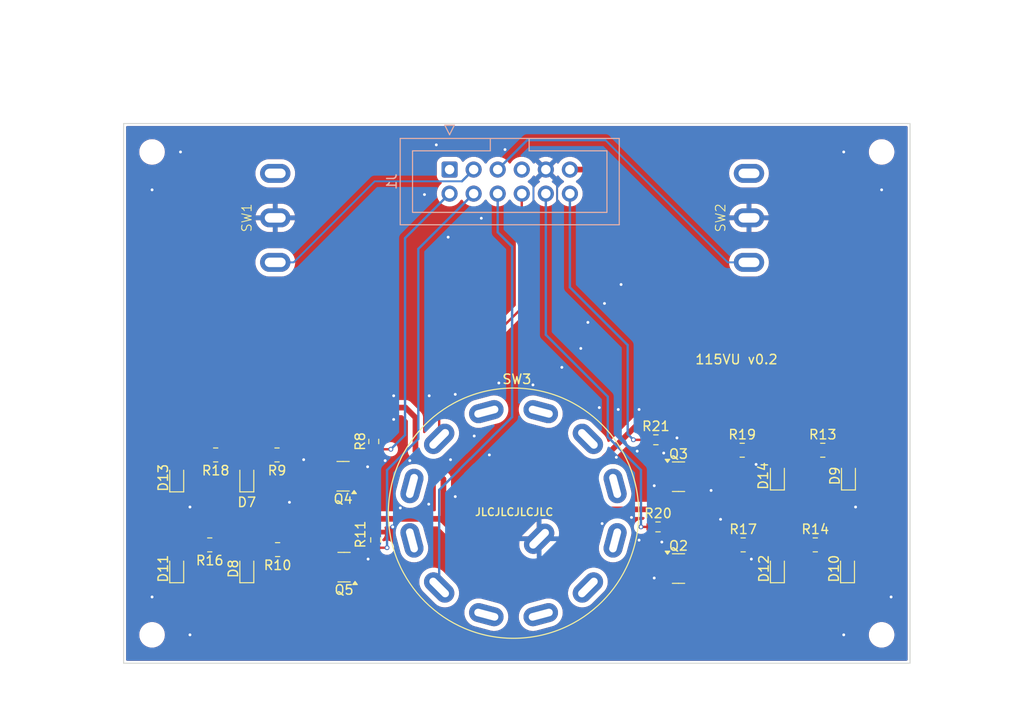
<source format=kicad_pcb>
(kicad_pcb
	(version 20240108)
	(generator "pcbnew")
	(generator_version "8.0")
	(general
		(thickness 1.6)
		(legacy_teardrops no)
	)
	(paper "A4")
	(layers
		(0 "F.Cu" signal)
		(31 "B.Cu" signal)
		(34 "B.Paste" user)
		(35 "F.Paste" user)
		(36 "B.SilkS" user "B.Silkscreen")
		(37 "F.SilkS" user "F.Silkscreen")
		(38 "B.Mask" user)
		(39 "F.Mask" user)
		(44 "Edge.Cuts" user)
		(45 "Margin" user)
		(46 "B.CrtYd" user "B.Courtyard")
		(47 "F.CrtYd" user "F.Courtyard")
		(48 "B.Fab" user)
		(49 "F.Fab" user)
	)
	(setup
		(stackup
			(layer "F.SilkS"
				(type "Top Silk Screen")
				(color "White")
			)
			(layer "F.Paste"
				(type "Top Solder Paste")
			)
			(layer "F.Mask"
				(type "Top Solder Mask")
				(color "Black")
				(thickness 0.01)
			)
			(layer "F.Cu"
				(type "copper")
				(thickness 0.035)
			)
			(layer "dielectric 1"
				(type "core")
				(thickness 1.51)
				(material "FR4")
				(epsilon_r 4.5)
				(loss_tangent 0.02)
			)
			(layer "B.Cu"
				(type "copper")
				(thickness 0.035)
			)
			(layer "B.Mask"
				(type "Bottom Solder Mask")
				(color "Black")
				(thickness 0.01)
			)
			(layer "B.Paste"
				(type "Bottom Solder Paste")
			)
			(layer "B.SilkS"
				(type "Bottom Silk Screen")
				(color "White")
			)
			(copper_finish "None")
			(dielectric_constraints yes)
		)
		(pad_to_mask_clearance 0)
		(allow_soldermask_bridges_in_footprints no)
		(aux_axis_origin 83.75 126.71)
		(grid_origin 83.75 126.71)
		(pcbplotparams
			(layerselection 0x00010fc_ffffffff)
			(plot_on_all_layers_selection 0x0000000_00000000)
			(disableapertmacros no)
			(usegerberextensions no)
			(usegerberattributes yes)
			(usegerberadvancedattributes yes)
			(creategerberjobfile yes)
			(dashed_line_dash_ratio 12.000000)
			(dashed_line_gap_ratio 3.000000)
			(svgprecision 4)
			(plotframeref no)
			(viasonmask no)
			(mode 1)
			(useauxorigin no)
			(hpglpennumber 1)
			(hpglpenspeed 20)
			(hpglpendiameter 15.000000)
			(pdf_front_fp_property_popups yes)
			(pdf_back_fp_property_popups yes)
			(dxfpolygonmode yes)
			(dxfimperialunits yes)
			(dxfusepcbnewfont yes)
			(psnegative no)
			(psa4output no)
			(plotreference yes)
			(plotvalue yes)
			(plotfptext yes)
			(plotinvisibletext no)
			(sketchpadsonfab no)
			(subtractmaskfromsilk no)
			(outputformat 1)
			(mirror no)
			(drillshape 0)
			(scaleselection 1)
			(outputdirectory "manufacturing/")
		)
	)
	(net 0 "")
	(net 1 "/ENG 1 Master")
	(net 2 "GND")
	(net 3 "/ENG 2 Master")
	(net 4 "Net-(D7-A)")
	(net 5 "Net-(D8-A)")
	(net 6 "Net-(D9-A)")
	(net 7 "Net-(D10-K)")
	(net 8 "unconnected-(J1-Pin_7-Pad7)")
	(net 9 "VBUS")
	(net 10 "/ENG 1 Fire")
	(net 11 "/ENG 1 Fault")
	(net 12 "/ENG 2 Fire")
	(net 13 "/ENG 2 Fault")
	(net 14 "+3V3")
	(net 15 "/MODE Start")
	(net 16 "Net-(D11-K)")
	(net 17 "Net-(D12-A)")
	(net 18 "Net-(D13-K)")
	(net 19 "Net-(D14-K)")
	(net 20 "Net-(D13-A)")
	(net 21 "Net-(D11-A)")
	(net 22 "Net-(D14-A)")
	(net 23 "Net-(D10-A)")
	(net 24 "/MODE Crank")
	(net 25 "unconnected-(SW3-Pad2)")
	(net 26 "unconnected-(SW3-Pad3)")
	(net 27 "unconnected-(SW3-Pad10)")
	(net 28 "unconnected-(SW3-Pad6)")
	(net 29 "unconnected-(SW3-Pad1)")
	(net 30 "unconnected-(SW3-Pad7)")
	(net 31 "unconnected-(SW3-Pad9)")
	(net 32 "unconnected-(SW3-Pad4)")
	(net 33 "unconnected-(SW3-Pad11)")
	(net 34 "unconnected-(SW3-Pad12)")
	(footprint "Resistor_SMD:R_0603_1608Metric" (layer "F.Cu") (at 153.15 107.31))
	(footprint "LED_SMD:LED_0603_1608Metric" (layer "F.Cu") (at 173.25 101.9225 90))
	(footprint "MountingHole:MountingHole_2.2mm_M2" (layer "F.Cu") (at 176.75 118.71))
	(footprint "Package_TO_SOT_SMD:SOT-23" (layer "F.Cu") (at 119.9125 101.96 180))
	(footprint "LED_SMD:LED_0603_1608Metric" (layer "F.Cu") (at 165.75 101.9225 90))
	(footprint "Resistor_SMD:R_0603_1608Metric" (layer "F.Cu") (at 152.925 98.11))
	(footprint "Resistor_SMD:R_0805_2012Metric" (layer "F.Cu") (at 113 109.71 180))
	(footprint "NiasStuff:C&K_Rotary_Switches" (layer "F.Cu") (at 137.901115 105.861115 -90))
	(footprint "LED_SMD:LED_0603_1608Metric" (layer "F.Cu") (at 102.35 102.1225 90))
	(footprint "Package_TO_SOT_SMD:SOT-23" (layer "F.Cu") (at 155.3125 102.01))
	(footprint "MountingHole:MountingHole_2.2mm_M2" (layer "F.Cu") (at 99.75 67.71))
	(footprint "Resistor_SMD:R_0603_1608Metric" (layer "F.Cu") (at 123.35 108.685 90))
	(footprint "Resistor_SMD:R_0805_2012Metric" (layer "F.Cu") (at 170.5375 99.21))
	(footprint "LED_SMD:LED_0603_1608Metric" (layer "F.Cu") (at 109.75 102.1225 90))
	(footprint "Package_TO_SOT_SMD:SOT-23" (layer "F.Cu") (at 155.3125 111.71))
	(footprint "MountingHole:MountingHole_2.2mm_M2" (layer "F.Cu") (at 99.75 118.71))
	(footprint "Resistor_SMD:R_0805_2012Metric" (layer "F.Cu") (at 106.4625 99.71 180))
	(footprint "LED_SMD:LED_0603_1608Metric" (layer "F.Cu") (at 109.75 111.7225 90))
	(footprint "NiasStuff:SW_SPDT_YUEN-FUNG_MT-0-102-A101-M200-RS" (layer "F.Cu") (at 112.75 74.67 90))
	(footprint "LED_SMD:LED_0603_1608Metric" (layer "F.Cu") (at 165.75 111.7225 90))
	(footprint "LED_SMD:LED_0603_1608Metric" (layer "F.Cu") (at 102.35 111.7225 90))
	(footprint "Resistor_SMD:R_0805_2012Metric" (layer "F.Cu") (at 105.8375 109.21 180))
	(footprint "Package_TO_SOT_SMD:SOT-23" (layer "F.Cu") (at 120.0125 111.56 180))
	(footprint "LED_SMD:LED_0603_1608Metric" (layer "F.Cu") (at 173.15 111.7225 90))
	(footprint "Resistor_SMD:R_0603_1608Metric" (layer "F.Cu") (at 123.15 98.285 90))
	(footprint "Resistor_SMD:R_0805_2012Metric" (layer "F.Cu") (at 162.0375 99.21))
	(footprint "MountingHole:MountingHole_2.2mm_M2" (layer "F.Cu") (at 176.75 67.71))
	(footprint "Resistor_SMD:R_0805_2012Metric" (layer "F.Cu") (at 112.9375 99.71 180))
	(footprint "Resistor_SMD:R_0805_2012Metric" (layer "F.Cu") (at 162.1375 109.21))
	(footprint "NiasStuff:SW_SPDT_YUEN-FUNG_MT-0-102-A101-M200-RS" (layer "F.Cu") (at 162.75 74.67 90))
	(footprint "Resistor_SMD:R_0805_2012Metric" (layer "F.Cu") (at 169.75 109.21))
	(footprint "Connector_IDC:IDC-Header_2x06_P2.54mm_Vertical" (layer "B.Cu") (at 131.15 69.57 -90))
	(gr_line
		(start 179.75 64.71)
		(end 96.75 64.71)
		(stroke
			(width 0.1)
			(type default)
		)
		(layer "Edge.Cuts")
		(uuid "4e4d6ce3-ba94-4b73-9b05-3a6bb8883741")
	)
	(gr_line
		(start 96.75 64.71)
		(end 96.75 121.71)
		(stroke
			(width 0.1)
			(type default)
		)
		(layer "Edge.Cuts")
		(uuid "97d15dc0-275c-4edc-beb3-f608bdc6c5ea")
	)
	(gr_line
		(start 96.75 121.71)
		(end 179.75 121.71)
		(stroke
			(width 0.1)
			(type default)
		)
		(layer "Edge.Cuts")
		(uuid "a95ad34a-788c-4d24-8666-89efeb3f952c")
	)
	(gr_line
		(start 179.75 121.71)
		(end 179.75 64.71)
		(stroke
			(width 0.1)
			(type default)
		)
		(layer "Edge.Cuts")
		(uuid "f0206762-0618-4121-8e43-d3aef1db6121")
	)
	(gr_line
		(start 83.75 126.71)
		(end 83.75 51.71)
		(stroke
			(width 0.1)
			(type default)
		)
		(layer "F.Fab")
		(uuid "108cb684-f34a-479f-8155-3aed51474477")
	)
	(gr_line
		(start 96.95 97.41)
		(end 96.95 106.61)
		(stroke
			(width 0.1)
			(type default)
		)
		(layer "F.Fab")
		(uuid "18057a33-979a-44d6-9359-2e7581023afe")
	)
	(gr_line
		(start 160.15 107.11)
		(end 160.15 116.31)
		(stroke
			(width 0.1)
			(type default)
		)
		(layer "F.Fab")
		(uuid "1897c2a0-908c-419b-acaa-c7b448b9cd69")
	)
	(gr_line
		(start 178.35 107.11)
		(end 160.15 107.11)
		(stroke
			(width 0.1)
			(type default)
		)
		(layer "F.Fab")
		(uuid "3096a870-8e43-4d61-bc6d-4ac7e8d511ca")
	)
	(gr_line
		(start 115.35 97.41)
		(end 96.95 97.41)
		(stroke
			(width 0.1)
			(type default)
		)
		(layer "F.Fab")
		(uuid "3f742acb-5651-4c3a-bb9b-20d389c72ae3")
	)
	(gr_line
		(start 160.15 97.41)
		(end 160.15 106.51)
		(stroke
			(width 0.1)
			(type default)
		)
		(layer "F.Fab")
		(uuid "645c49e8-6544-40ea-9bd0-e79106391969")
	)
	(gr_line
		(start 115.35 107.11)
		(end 96.95 107.11)
		(stroke
			(width 0.1)
			(type default)
		)
		(layer "F.Fab")
		(uuid "71053e64-0d90-4553-8c02-2267b6aa4cdd")
	)
	(gr_line
		(start 178.35 97.41)
		(end 160.15 97.41)
		(stroke
			(width 0.1)
			(type default)
		)
		(layer "F.Fab")
		(uuid "92dabbac-45a4-431e-8a99-91cdf74ac2db")
	)
	(gr_line
		(start 83.75 51.71)
		(end 191.75 51.71)
		(stroke
			(width 0.1)
			(type default)
		)
		(layer "F.Fab")
		(uuid "a19f73fc-ad4d-4851-9209-cc3d21f17acd")
	)
	(gr_line
		(start 191.75 51.71)
		(end 191.75 126.71)
		(stroke
			(width 0.1)
			(type default)
		)
		(layer "F.Fab")
		(uuid "a2f615f5-09b9-468b-8528-82d495747f14")
	)
	(gr_line
		(start 160.15 106.51)
		(end 178.35 106.51)
		(stroke
			(width 0.1)
			(type default)
		)
		(layer "F.Fab")
		(uuid "a5733efa-6686-47e2-92f7-7351e557bb9e")
	)
	(gr_line
		(start 115.35 116.31)
		(end 115.35 107.11)
		(stroke
			(width 0.1)
			(type default)
		)
		(layer "F.Fab")
		(uuid "ab0f6adf-0341-49d8-ae47-b6f6129a7cbd")
	)
	(gr_line
		(start 115.35 106.61)
		(end 115.35 97.41)
		(stroke
			(width 0.1)
			(type default)
		)
		(layer "F.Fab")
		(uuid "af119251-1f31-4a9b-a16b-8c939bea279b")
	)
	(gr_line
		(start 96.95 116.31)
		(end 115.35 116.31)
		(stroke
			(width 0.1)
			(type default)
		)
		(layer "F.Fab")
		(uuid "b1727707-7162-4174-84d1-60f21f088a99")
	)
	(gr_line
		(start 96.95 106.61)
		(end 115.35 106.61)
		(stroke
			(width 0.1)
			(type default)
		)
		(layer "F.Fab")
		(uuid "b8c80a8f-e63c-47bc-ba79-1f13daed3c5a")
	)
	(gr_line
		(start 96.95 107.11)
		(end 96.95 116.31)
		(stroke
			(width 0.1)
			(type default)
		)
		(layer "F.Fab")
		(uuid "c3fd797a-54ff-4def-9ac5-94d54db004ae")
	)
	(gr_line
		(start 178.35 116.31)
		(end 178.35 107.11)
		(stroke
			(width 0.1)
			(type default)
		)
		(layer "F.Fab")
		(uuid "c89d5c81-98f9-4af5-9082-3a55e6ceeaf1")
	)
	(gr_line
		(start 178.35 106.51)
		(end 178.35 97.41)
		(stroke
			(width 0.1)
			(type default)
		)
		(layer "F.Fab")
		(uuid "dc21734a-4dbe-45ec-8d30-2dac68a398da")
	)
	(gr_line
		(start 160.15 116.31)
		(end 178.35 116.31)
		(stroke
			(width 0.1)
			(type default)
		)
		(layer "F.Fab")
		(uuid "eb57a005-4e07-4e03-9bb5-b9a58280301e")
	)
	(gr_line
		(start 191.75 126.71)
		(end 83.75 126.71)
		(stroke
			(width 0.1)
			(type default)
		)
		(layer "F.Fab")
		(uuid "fe09fa13-680c-4fdb-8b01-7481d652832b")
	)
	(gr_text "JLCJLCJLCJLC"
		(at 133.75 106.21 0)
		(layer "F.SilkS")
		(uuid "a89b9092-fcf2-44f9-b294-597e26dec054")
		(effects
			(font
				(size 0.8 0.8)
				(thickness 0.15)
			)
			(justify left bottom)
		)
	)
	(gr_text "115VU v0.2"
		(at 157 90.21 0)
		(layer "F.SilkS")
		(uuid "e9cc36d7-33fb-4e16-99bf-753a9b5fd5cc")
		(effects
			(font
				(size 1 1)
				(thickness 0.15)
			)
			(justify left bottom)
		)
	)
	(segment
		(start 123.25 70.81)
		(end 132.45 70.81)
		(width 0.2)
		(layer "B.Cu")
		(net 1)
		(uuid "1cdb0473-4bf9-4ec0-85b3-558dbfcd0ec2")
	)
	(segment
		(start 114.69 79.37)
		(end 123.25 70.81)
		(width 0.2)
		(layer "B.Cu")
		(net 1)
		(uuid "81d02250-33e3-433c-9121-2524325d19d2")
	)
	(segment
		(start 132.45 70.81)
		(end 133.69 69.57)
		(width 0.25)
		(layer "B.Cu")
		(net 1)
		(uuid "84456dc0-1103-406a-9ccf-2b1f09901e66")
	)
	(segment
		(start 112.75 79.37)
		(end 114.69 79.37)
		(width 0.2)
		(layer "B.Cu")
		(net 1)
		(uuid "c481dd41-29ee-408c-a153-a861bb271703")
	)
	(segment
		(start 141.31 69.57)
		(end 140 70.88)
		(width 0.2)
		(layer "F.Cu")
		(net 2)
		(uuid "261eb9c7-78c7-436d-8f3b-5e8098ecc089")
	)
	(segment
		(start 140 70.88)
		(end 140 73.21)
		(width 0.2)
		(layer "F.Cu")
		(net 2)
		(uuid "cca4a934-e360-4e17-ace8-1122ceb01fc4")
	)
	(segment
		(start 142.5 70.76)
		(end 142.5 73.21)
		(width 0.2)
		(layer "F.Cu")
		(net 2)
		(uuid "da3d765a-64a2-410b-b3cf-7c78d8688966")
	)
	(segment
		(start 141.31 69.57)
		(end 142.5 70.76)
		(width 0.2)
		(layer "F.Cu")
		(net 2)
		(uuid "ea000082-0650-4c5e-9caf-49ed598b3b74")
	)
	(via
		(at 122.5 100.96)
		(size 0.5)
		(drill 0.3)
		(layers "F.Cu" "B.Cu")
		(free yes)
		(net 2)
		(uuid "0bb94801-e682-4454-a691-c40fe487301d")
	)
	(via
		(at 174 105.21)
		(size 0.5)
		(drill 0.3)
		(layers "F.Cu" "B.Cu")
		(free yes)
		(net 2)
		(uuid "0dc18dde-e5dc-4ab1-bbc7-49da101bf122")
	)
	(via
		(at 129 93.46)
		(size 0.5)
		(drill 0.3)
		(layers "F.Cu" "B.Cu")
		(free yes)
		(net 2)
		(uuid "0fc9d904-5305-4da6-a365-fd0d9a014039")
	)
	(via
		(at 134.5 74.71)
		(size 0.5)
		(drill 0.3)
		(layers "F.Cu" "B.Cu")
		(free yes)
		(net 2)
		(uuid "1c7a3b34-e5a5-4306-8e1a-0533c5044a3c")
	)
	(via
		(at 172.75 118.71)
		(size 0.5)
		(drill 0.3)
		(layers "F.Cu" "B.Cu")
		(free yes)
		(net 2)
		(uuid "1ccd3fe6-9f6f-4903-ae54-00de87f6a968")
	)
	(via
		(at 158.75 103.46)
		(size 0.5)
		(drill 0.3)
		(layers "F.Cu" "B.Cu")
		(free yes)
		(net 2)
		(uuid "25acb381-c645-40ec-bbf5-9fe37db9d82e")
	)
	(via
		(at 151.15 94.91)
		(size 0.5)
		(drill 0.3)
		(layers "F.Cu" "B.Cu")
		(free yes)
		(net 2)
		(uuid "2aeab4d6-4d3e-4ed3-83b4-f3818f0e204c")
	)
	(via
		(at 153.55 108.91)
		(size 0.5)
		(drill 0.3)
		(layers "F.Cu" "B.Cu")
		(free yes)
		(net 2)
		(uuid "2dd57eea-56a6-4e3c-86ab-9e3e8dae228b")
	)
	(via
		(at 146.95 94.71)
		(size 0.5)
		(drill 0.3)
		(layers "F.Cu" "B.Cu")
		(free yes)
		(net 2)
		(uuid "2ead6dfc-14c0-4ee2-afe1-394b6a6f4e84")
	)
	(via
		(at 131 76.71)
		(size 0.5)
		(drill 0.3)
		(layers "F.Cu" "B.Cu")
		(free yes)
		(net 2)
		(uuid "38cbfda1-c1df-4f7c-9ad7-ae462508aadd")
	)
	(via
		(at 153.75 99.51)
		(size 0.5)
		(drill 0.3)
		(layers "F.Cu" "B.Cu")
		(free yes)
		(net 2)
		(uuid "3d96f4af-bd62-41ce-a139-80750247bad5")
	)
	(via
		(at 131.75 93.31)
		(size 0.5)
		(drill 0.3)
		(layers "F.Cu" "B.Cu")
		(free yes)
		(net 2)
		(uuid "4474cbae-7013-4122-985f-2716dc947a78")
	)
	(via
		(at 148.95 94.91)
		(size 0.5)
		(drill 0.3)
		(layers "F.Cu" "B.Cu")
		(free yes)
		(net 2)
		(uuid "46a74b59-82ce-438b-8dc1-becc002a7a65")
	)
	(via
		(at 137 67.46)
		(size 0.5)
		(drill 0.3)
		(layers "F.Cu" "B.Cu")
		(free yes)
		(net 2)
		(uuid "4a4887f4-5167-42d7-a98d-a32033de4b58")
	)
	(via
		(at 99.75 114.71)
		(size 0.5)
		(drill 0.3)
		(layers "F.Cu" "B.Cu")
		(free yes)
		(net 2)
		(uuid "52609cc0-1034-4413-a0d4-2db5e05ad6dc")
	)
	(via
		(at 147.25 106.96)
		(size 0.5)
		(drill 0.3)
		(layers "F.Cu" "B.Cu")
		(free yes)
		(net 2)
		(uuid "5d77b636-11a8-4bee-ad91-611d3459bbed")
	)
	(via
		(at 172.75 67.71)
		(size 0.5)
		(drill 0.3)
		(layers "F.Cu" "B.Cu")
		(free yes)
		(net 2)
		(uuid "604ceb49-f522-46d2-abcc-578af8c9face")
	)
	(via
		(at 102.75 67.71)
		(size 0.5)
		(drill 0.3)
		(layers "F.Cu" "B.Cu")
		(free yes)
		(net 2)
		(uuid "616ded35-1bf7-46c6-920c-9416f03f2530")
	)
	(via
		(at 136.35 92.11)
		(size 0.5)
		(drill 0.3)
		(layers "F.Cu" "B.Cu")
		(free yes)
		(net 2)
		(uuid "62b1e763-cb23-4b89-b8d7-6237ecf5eba8")
	)
	(via
		(at 163 110.71)
		(size 0.5)
		(drill 0.3)
		(layers "F.Cu" "B.Cu")
		(free yes)
		(net 2)
		(uuid "651183bc-1f40-4d33-97e4-2bf49a4658bd")
	)
	(via
		(at 147.5 83.71)
		(size 0.5)
		(drill 0.3)
		(layers "F.Cu" "B.Cu")
		(free yes)
		(net 2)
		(uuid "656eabc5-d79b-4e2d-b996-4cb7f89e7406")
	)
	(via
		(at 125.25 95.96)
		(size 0.5)
		(drill 0.3)
		(layers "F.Cu" "B.Cu")
		(free yes)
		(net 2)
		(uuid "680a642f-1731-4ccc-a08f-d5e8099580b9")
	)
	(via
		(at 125.95 105.31)
		(size 0.5)
		(drill 0.3)
		(layers "F.Cu" "B.Cu")
		(free yes)
		(net 2)
		(uuid "69de4c98-06a5-43f1-b5da-f63676098104")
	)
	(via
		(at 150.95 99.31)
		(size 0.5)
		(drill 0.3)
		(layers "F.Cu" "B.Cu")
		(free yes)
		(net 2)
		(uuid "6c2cf340-b60d-4fd8-8d47-23cd2eae9e6e")
	)
	(via
		(at 124.35 100.31)
		(size 0.5)
		(drill 0.3)
		(layers "F.Cu" "B.Cu")
		(free yes)
		(net 2)
		(uuid "6cd6b136-36b4-4291-82e1-5ffda830ad85")
	)
	(via
		(at 148.75 99.96)
		(size 0.5)
		(drill 0.3)
		(layers "F.Cu" "B.Cu")
		(free yes)
		(net 2)
		(uuid "72717810-2903-4641-bafc-23cac67c1005")
	)
	(via
		(at 129.75 66.96)
		(size 0.5)
		(drill 0.3)
		(layers "F.Cu" "B.Cu")
		(free yes)
		(net 2)
		(uuid "7289ed32-a576-4516-908f-4524c746db73")
	)
	(via
		(at 152.75 102.96)
		(size 0.5)
		(drill 0.3)
		(layers "F.Cu" "B.Cu")
		(free yes)
		(net 2)
		(uuid "72bc1961-f7bc-4f1b-927d-0bd14d3aaa64")
	)
	(via
		(at 176.75 71.71)
		(size 0.5)
		(drill 0.3)
		(layers "F.Cu" "B.Cu")
		(free yes)
		(net 2)
		(uuid "72eb6c1b-bd7c-47d2-8f04-e30d1f91824f")
	)
	(via
		(at 114.25 104.71)
		(size 0.5)
		(drill 0.3)
		(layers "F.Cu" "B.Cu")
		(free yes)
		(net 2)
		(uuid "79d7fde3-efbd-44fc-acb9-025a4681843b")
	)
	(via
		(at 128.5 72.21)
		(size 0.5)
		(drill 0.3)
		(layers "F.Cu" "B.Cu")
		(free yes)
		(net 2)
		(uuid "8022f195-23aa-4c72-86fb-2770cff73d32")
	)
	(via
		(at 125.15 107.31)
		(size 0.5)
		(drill 0.3)
		(layers "F.Cu" "B.Cu")
		(free yes)
		(net 2)
		(uuid "84607c34-cde5-4e63-bcd5-f0990dd4edad")
	)
	(via
		(at 131.25 100.21)
		(size 0.5)
		(drill 0.3)
		(layers "F.Cu" "B.Cu")
		(free yes)
		(net 2)
		(uuid "8a431f93-0da0-4305-bf16-451676eb7a31")
	)
	(via
		(at 103.75 105.21)
		(size 0.5)
		(drill 0.3)
		(layers "F.Cu" "B.Cu")
		(free yes)
		(net 2)
		(uuid "98cf8c2f-c8af-4416-b0eb-93c65097a552")
	)
	(via
		(at 103.75 118.71)
		(size 0.5)
		(drill 0.3)
		(layers "F.Cu" "B.Cu")
		(free yes)
		(net 2)
		(uuid "9ae06279-6556-432e-9184-e60df16f9728")
	)
	(via
		(at 131.75 104.11)
		(size 0.5)
		(drill 0.3)
		(layers "F.Cu" "B.Cu")
		(free yes)
		(net 2)
		(uuid "9f909077-a02d-4d56-8639-00125784627a")
	)
	(via
		(at 152.75 112.71)
		(size 0.5)
		(drill 0.3)
		(layers "F.Cu" "B.Cu")
		(free yes)
		(net 2)
		(uuid "9f9c140f-d3b0-48c5-8784-7dc69d36db9a")
	)
	(via
		(at 155.15 97.91)
		(size 0.5)
		(drill 0.3)
		(layers "F.Cu" "B.Cu")
		(free yes)
		(net 2)
		(uuid "a266d1ce-a537-4c7b-a83e-e89ace44dad7")
	)
	(via
		(at 177.75 114.71)
		(size 0.5)
		(drill 0.3)
		(layers "F.Cu" "B.Cu")
		(free yes)
		(net 2)
		(uuid "a45c116d-5b0a-4671-9d8b-f7d3a6e960ec")
	)
	(via
		(at 143 90.46)
		(size 0.5)
		(drill 0.3)
		(layers "F.Cu" "B.Cu")
		(free yes)
		(net 2)
		(uuid "a698ec3b-d614-46d2-a45e-5a9b0ae1849f")
	)
	(via
		(at 125.25 93.46)
		(size 0.5)
		(drill 0.3)
		(layers "F.Cu" "B.Cu")
		(free yes)
		(net 2)
		(uuid "b6fa2311-19cd-4dd0-b7e6-d86b9f163a26")
	)
	(via
		(at 135.35 99.71)
		(size 0.5)
		(drill 0.3)
		(layers "F.Cu" "B.Cu")
		(free yes)
		(net 2)
		(uuid "b7b35a62-6ec5-49f6-89e9-9adbfc8ddc4e")
	)
	(via
		(at 122.55 110.71)
		(size 0.5)
		(drill 0.3)
		(layers "F.Cu" "B.Cu")
		(free yes)
		(net 2)
		(uuid "bceec1fe-6b83-4477-aaea-961bd78471ea")
	)
	(via
		(at 133.75 97.71)
		(size 0.5)
		(drill 0.3)
		(layers "F.Cu" "B.Cu")
		(free yes)
		(net 2)
		(uuid "c458891f-6653-4e34-8426-8a45dcbebeeb")
	)
	(via
		(at 145 88.46)
		(size 0.5)
		(drill 0.3)
		(layers "F.Cu" "B.Cu")
		(free yes)
		(net 2)
		(uuid "ca827315-0921-4097-9514-f36ce748201b")
	)
	(via
		(at 149.25 81.71)
		(size 0.5)
		(drill 0.3)
		(layers "F.Cu" "B.Cu")
		(free yes)
		(net 2)
		(uuid "d53b6169-d71c-47e3-b578-eea4a9cc29fa")
	)
	(via
		(at 150.35 106.31)
		(size 0.5)
		(drill 0.3)
		(layers "F.Cu" "B.Cu")
		(free yes)
		(net 2)
		(uuid "df74a162-414d-4ce9-9d26-45ad63ea7824")
	)
	(via
		(at 163.5 100.71)
		(size 0.5)
		(drill 0.3)
		(layers "F.Cu" "B.Cu")
		(free yes)
		(net 2)
		(uuid "e3da9160-4939-4a6f-bdf0-0fccede31759")
	)
	(via
		(at 128.95 104.91)
		(size 0.5)
		(drill 0.3)
		(layers "F.Cu" "B.Cu")
		(free yes)
		(net 2)
		(uuid "e7aca361-0050-4617-98d5-3ab0744417d6")
	)
	(via
		(at 139.95 92.31)
		(size 0.5)
		(drill 0.3)
		(layers "F.Cu" "B.Cu")
		(free yes)
		(net 2)
		(uuid "e7c29355-0ad1-4956-9e43-de48d9a71e8d")
	)
	(via
		(at 151.15 108.71)
		(size 0.5)
		(drill 0.3)
		(layers "F.Cu" "B.Cu")
		(free yes)
		(net 2)
		(uuid "e8b94f7e-3a17-4c62-8ba2-d2a1099609dd")
	)
	(via
		(at 99.75 71.71)
		(size 0.5)
		(drill 0.3)
		(layers "F.Cu" "B.Cu")
		(free yes)
		(net 2)
		(uuid "f2ce8403-8d06-47a1-9dc2-4b75686e9a4f")
	)
	(via
		(at 145.75 85.71)
		(size 0.5)
		(drill 0.3)
		(layers "F.Cu" "B.Cu")
		(free yes)
		(net 2)
		(uuid "f30b9c0c-2d81-45b6-8bbd-fa73f4036536")
	)
	(via
		(at 126.95 100.31)
		(size 0.5)
		(drill 0.3)
		(layers "F.Cu" "B.Cu")
		(free yes)
		(net 2)
		(uuid "f9fd2723-7105-4966-bb33-e00a0f34b7d6")
	)
	(via
		(at 115.75 100.21)
		(size 0.5)
		(drill 0.3)
		(layers "F.Cu" "B.Cu")
		(free yes)
		(net 2)
		(uuid "fb58716b-2d16-4c2d-9ce9-5d412a81e15e")
	)
	(via
		(at 159.75 106.51)
		(size 0.5)
		(drill 0.3)
		(layers "F.Cu" "B.Cu")
		(free yes)
		(net 2)
		(uuid "fed93766-e501-4d4e-a972-01a5e17b4734")
	)
	(segment
		(start 141.31 69.57)
		(end 142.5 70.76)
		(width 0.2)
		(layer "B.Cu")
		(net 2)
		(uuid "28fa1f39-93e5-4145-9c3a-0d36c6285831")
	)
	(segment
		(start 141.31 69.57)
		(end 140 70.88)
		(width 0.2)
		(layer "B.Cu")
		(net 2)
		(uuid "35bde318-fa53-4450-9481-0b795ca697f4")
	)
	(segment
		(start 142.5 70.76)
		(end 142.5 73.21)
		(width 0.2)
		(layer "B.Cu")
		(net 2)
		(uuid "daaa566f-900b-453b-a75c-0a1e8784c8b7")
	)
	(segment
		(start 140 70.88)
		(end 140 73.21)
		(width 0.2)
		(layer "B.Cu")
		(net 2)
		(uuid "e0482e19-e053-4d60-8414-ac3fe9cf8ed4")
	)
	(segment
		(start 160.51 79.37)
		(end 147.6 66.46)
		(width 0.2)
		(layer "B.Cu")
		(net 3)
		(uuid "3e4e8b9f-ea1e-4547-96ca-6a390c3525bd")
	)
	(segment
		(start 147.6 66.46)
		(end 139.34 66.46)
		(width 0.25)
		(layer "B.Cu")
		(net 3)
		(uuid "49be56ce-54f8-4533-9e51-4aed815e104c")
	)
	(segment
		(start 162.75 79.37)
		(end 160.51 79.37)
		(width 0.2)
		(layer "B.Cu")
		(net 3)
		(uuid "5874738a-de7b-4e48-be1b-2d410ddaf41b")
	)
	(segment
		(start 139.34 66.46)
		(end 136.23 69.57)
		(width 0.25)
		(layer "B.Cu")
		(net 3)
		(uuid "590da722-7b08-49e4-8bc3-7b9dcbd4894d")
	)
	(segment
		(start 110.25 99.71)
		(end 109.75 100.21)
		(width 0.6)
		(layer "F.Cu")
		(net 4)
		(uuid "05714313-6d05-4ec1-8350-b87c4c5fded2")
	)
	(segment
		(start 109.75 100.21)
		(end 109.75 101.335)
		(width 0.6)
		(layer "F.Cu")
		(net 4)
		(uuid "6b571bdf-553e-4e44-957e-e606474d9b63")
	)
	(segment
		(start 112.025 99.71)
		(end 110.25 99.71)
		(width 0.6)
		(layer "F.Cu")
		(net 4)
		(uuid "761946e0-029d-4cec-a219-02490945f66b")
	)
	(segment
		(start 112.0875 109.71)
		(end 109.75 109.71)
		(width 0.6)
		(layer "F.Cu")
		(net 5)
		(uuid "2d8bb6c9-aa80-4a35-b1df-245a51c4a86e")
	)
	(segment
		(start 109.75 109.71)
		(end 109.75 110.935)
		(width 0.6)
		(layer "F.Cu")
		(net 5)
		(uuid "386f778f-8526-42ff-ad12-06ce3039acb0")
	)
	(segment
		(start 172.75 99.21)
		(end 171.45 99.21)
		(width 0.6)
		(layer "F.Cu")
		(net 6)
		(uuid "16a0fdd8-96d2-4341-8275-ddea2e9b42e8")
	)
	(segment
		(start 173.25 99.71)
		(end 172.75 99.21)
		(width 0.6)
		(layer "F.Cu")
		(net 6)
		(uuid "5cfeafea-efd4-49c9-bef3-e7288abb3345")
	)
	(segment
		(start 173.25 101.135)
		(end 173.25 99.71)
		(width 0.6)
		(layer "F.Cu")
		(net 6)
		(uuid "c818eb74-9eac-444c-b0dc-80a56d49b83b")
	)
	(segment
		(start 165.75 112.51)
		(end 161.65 112.51)
		(width 0.6)
		(layer "F.Cu")
		(net 7)
		(uuid "33b89a04-01f6-4bd0-ada7-d72e8edaebf5")
	)
	(segment
		(start 161.65 112.51)
		(end 160.85 111.71)
		(width 0.6)
		(layer "F.Cu")
		(net 7)
		(uuid "5941415d-91b1-458f-b4ee-bf24e8a23c38")
	)
	(segment
		(start 173.15 112.51)
		(end 165.75 112.51)
		(width 0.6)
		(layer "F.Cu")
		(net 7)
		(uuid "672f3024-c655-44a4-ae97-62c73ac0d1e9")
	)
	(segment
		(start 160.85 111.71)
		(end 156.45 111.71)
		(width 0.6)
		(layer "F.Cu")
		(net 7)
		(uuid "973ed621-3f48-4230-ae08-878d4a0b98c3")
	)
	(segment
		(start 126.50046 94.71)
		(end 113.75 94.71)
		(width 0.6)
		(layer "F.Cu")
		(net 9)
		(uuid "0d92b89a-17c6-465d-8602-b96f4300f493")
	)
	(segment
		(start 113.9125 109.71)
		(end 113.9125 106.5475)
		(width 0.6)
		(layer "F.Cu")
		(net 9)
		(uuid "13494447-2f90-4ea6-ad96-9ed7ad1200fe")
	)
	(segment
		(start 108 106.46)
		(end 106.75 107.71)
		(width 0.6)
		(layer "F.Cu")
		(net 9)
		(uuid "1381a261-7373-4a38-a5aa-af53462e2f56")
	)
	(segment
		(start 151.25 96.21)
		(end 152.75 96.21)
		(width 0.6)
		(layer "F.Cu")
		(net 9)
		(uuid "15950113-9335-4fb6-aede-06fc7c1d7039")
	)
	(segment
		(start 146.5 70.46)
		(end 146.5 81.21)
		(width 0.6)
		(layer "F.Cu")
		(net 9)
		(uuid "23935884-e08c-429f-84dc-aafb232edf55")
	)
	(segment
		(start 152.75 96.21)
		(end 161.25 96.21)
		(width 0.6)
		(layer "F.Cu")
		(net 9)
		(uuid "2621c247-b3aa-4d70-abc9-dabbfb2d3bcd")
	)
	(segment
		(start 130.5 106.46)
		(end 130.5 102.26)
		(width 0.6)
		(layer "F.Cu")
		(net 9)
		(uuid "26400340-8ddc-47d7-9524-cb05323e8bbf")
	)
	(segment
		(start 169.625 97.085)
		(end 168.75 96.21)
		(width 0.6)
		(layer "F.Cu")
		(net 9)
		(uuid "27092315-932b-4df0-8bce-e9b43c1c01a0")
	)
	(segment
		(start 113.9125 106.5475)
		(end 114 106.46)
		(width 0.6)
		(layer "F.Cu")
		(net 9)
		(uuid "2b693399-0cc3-4a13-99f9-0b8f607004e1")
	)
	(segment
		(start 130.25 106.46)
		(end 130.5 106.46)
		(width 0.6)
		(layer "F.Cu")
		(net 9)
		(uuid "315c344e-1f6e-4fc3-8dd4-88fdd60751ff")
	)
	(segment
		(start 113.85 99.71)
		(end 113.85 94.81)
		(width 0.6)
		(layer "F.Cu")
		(net 9)
		(uuid "3a17df63-4cd1-4ea7-979f-dd8b287995c2")
	)
	(segment
		(start 161.25 96.21)
		(end 168.75 96.21)
		(width 0.6)
		(layer "F.Cu")
		(net 9)
		(uuid "46a459ce-0316-431c-8b4a-7ba153dc08ea")
	)
	(segment
		(start 114 106.46)
		(end 130.25 106.46)
		(width 0.6)
		(layer "F.Cu")
		(net 9)
		(uuid "6280a0e7-f96c-4ca8-8385-80b6b7a2589a")
	)
	(segment
		(start 161.125 96.335)
		(end 161.25 96.21)
		(width 0.6)
		(layer "F.Cu")
		(net 9)
		(uuid "665389e9-f17a-442d-8f9b-e543bb3714d0")
	)
	(segment
		(start 127.55 99.31)
		(end 127.55 95.75954)
		(width 0.6)
		(layer "F.Cu")
		(net 9)
		(uuid "6739c450-b0e3-4ce5-b8e9-10d4b115227e")
	)
	(segment
		(start 160.75 105.46)
		(end 147.3 105.46)
		(width 0.6)
		(layer "F.Cu")
		(net 9)
		(uuid "6a8154df-909f-4e32-8a36-1684349cb607")
	)
	(segment
		(start 130.25 106.46)
		(end 135.25 111.46)
		(width 0.6)
		(layer "F.Cu")
		(net 9)
		(uuid "6db8e4cd-bab3-47cb-a8c3-da7528a2820d")
	)
	(segment
		(start 168.8375 109.21)
		(end 168.8375 106.0475)
		(width 0.6)
		(layer "F.Cu")
		(net 9)
		(uuid "6ebebeee-2d7b-475c-9ba6-aacf1e1d1fe2")
	)
	(segment
		(start 113.75 94.71)
		(end 108.75 94.71)
		(width 0.6)
		(layer "F.Cu")
		(net 9)
		(uuid "6f376355-598a-4ce0-a699-43072bca4bab")
	)
	(segment
		(start 140.75 111.46)
		(end 146.9 105.31)
		(width 0.6)
		(layer "F.Cu")
		(net 9)
		(uuid "71f887eb-0282-4255-be71-b4dc0a64a8ad")
	)
	(segment
		(start 146.5 81.21)
		(end 152.75 87.46)
		(width 0.6)
		(layer "F.Cu")
		(net 9)
		(uuid "7229375f-4618-4572-95f5-09cdab4b65d0")
	)
	(segment
		(start 161.225 109.21)
		(end 161.225 105.485)
		(width 0.6)
		(layer "F.Cu")
		(net 9)
		(uuid "72f061d1-ed42-4fa7-a4b6-164c1ea89d2b")
	)
	(segment
		(start 108.75 94.71)
		(end 107.375 96.085)
		(width 0.6)
		(layer "F.Cu")
		(net 9)
		(uuid "7fc91436-9e63-4bf8-8007-5a0b05522391")
	)
	(segment
		(start 130.5 102.26)
		(end 127.55 99.31)
		(width 0.6)
		(layer "F.Cu")
		(net 9)
		(uuid "848e788b-4971-4c28-b56c-ea424a59a592")
	)
	(segment
		(start 145.95 101.51)
		(end 151.25 96.21)
		(width 0.6)
		(layer "F.Cu")
		(net 9)
		(uuid "8752e2a1-1ad8-4fa1-925f-e92450c7cf5c")
	)
	(segment
		(start 169.625 99.21)
		(end 169.625 97.085)
		(width 0.6)
		(layer "F.Cu")
		(net 9)
		(uuid "8964e849-8494-4897-879a-e2da8a276b81")
	)
	(segment
		(start 145.95 103.21)
		(end 145.95 101.51)
		(width 0.6)
		(layer "F.Cu")
		(net 9)
		(uuid "8a1b2003-6085-481c-89ae-a03b1c3965f1")
	)
	(segment
		(start 145.95 104.11)
		(end 145.95 103.21)
		(width 0.6)
		(layer "F.Cu")
		(net 9)
		(uuid "8cb46fbd-0019-4193-8ba0-354e8d7d8171")
	)
	(segment
		(start 147.3 105.46)
		(end 145.95 104.11)
		(width 0.6)
		(layer "F.Cu")
		(net 9)
		(uuid "943a565d-3d76-4480-a60c-831944cf90b4")
	)
	(segment
		(start 147.15 105.31)
		(end 145.95 104.11)
		(width 0.6)
		(layer "F.Cu")
		(net 9)
		(uuid "97b6384e-5bc2-4779-9dc1-12e2e1e2c3bc")
	)
	(segment
		(start 143.85 69.57)
		(end 145.61 69.57)
		(width 0.6)
		(layer "F.Cu")
		(net 9)
		(uuid "9a4dcf00-8903-48ae-9199-b6e43e39dda7")
	)
	(segment
		(start 161.225 105.485)
		(end 161.25 105.46)
		(width 0.6)
		(layer "F.Cu")
		(net 9)
		(uuid "9a8573aa-ce4e-49f1-b11b-07fbb4ab6108")
	)
	(segment
		(start 161.125 99.21)
		(end 161.125 96.335)
		(width 0.6)
		(layer "F.Cu")
		(net 9)
		(uuid "9fcd23ca-6b6f-4cfe-b542-a907f96d0c79")
	)
	(segment
		(start 127.55 95.75954)
		(end 126.50046 94.71)
		(width 0.6)
		(layer "F.Cu")
		(net 9)
		(uuid "a0faef38-704e-4301-b69b-dc905d4be9bb")
	)
	(segment
		(start 114 106.46)
		(end 108 106.46)
		(width 0.6)
		(layer "F.Cu")
		(net 9)
		(uuid "a2d2a2f8-698b-475d-aa1a-2d4cb294b86a")
	)
	(segment
		(start 145.61 69.57)
		(end 146.5 70.46)
		(width 0.6)
		(layer "F.Cu")
		(net 9)
		(uuid "a4209910-c458-4cd6-a328-8ab288069ac0")
	)
	(segment
		(start 161.25 105.46)
		(end 168.25 105.46)
		(width 0.6)
		(layer "F.Cu")
		(net 9)
		(uuid "abfe5425-8a84-45d5-b0e8-37e7dc5474c0")
	)
	(segment
		(start 106.75 107.71)
		(end 106.75 109.21)
		(width 0.6)
		(layer "F.Cu")
		(net 9)
		(uuid "c4b57570-f9df-435e-a785-e66bea36a6aa")
	)
	(segment
		(start 135.25 111.46)
		(end 140.75 111.46)
		(width 0.6)
		(layer "F.Cu")
		(net 9)
		(uuid "c9b99791-e757-405e-94f9-877f3655cefe")
	)
	(segment
		(start 152.75 87.46)
		(end 152.75 96.21)
		(width 0.6)
		(layer "F.Cu")
		(net 9)
		(uuid "da509742-0392-40d5-9ca5-f95c8b1ba0d9")
	)
	(segment
		(start 168.8375 106.0475)
		(end 168.25 105.46)
		(width 0.6)
		(layer "F.Cu")
		(net 9)
		(uuid "db4d0436-fc5e-44f7-9036-05bde8836b5a")
	)
	(segment
		(start 113.85 94.81)
		(end 113.75 94.71)
		(width 0.6)
		(layer "F.Cu")
		(net 9)
		(uuid "e3e1da86-063a-4212-8193-b770bb4acc32")
	)
	(segment
		(start 146.9 105.31)
		(end 147.15 105.31)
		(width 0.6)
		(layer "F.Cu")
		(net 9)
		(uuid "f1befb13-119b-4df7-bb10-f4edc0ba2331")
	)
	(segment
		(start 107.375 96.085)
		(end 107.375 99.71)
		(width 0.6)
		(layer "F.Cu")
		(net 9)
		(uuid "f5dcddce-fab3-47bd-8ebd-4212fc23db71")
	)
	(segment
		(start 160.75 105.46)
		(end 161.25 105.46)
		(width 0.6)
		(layer "F.Cu")
		(net 9)
		(uuid "ff6378be-1ea9-4876-bcc6-f46ced535ae0")
	)
	(segment
		(start 124.95 99.11)
		(end 123.15 99.11)
		(width 0.25)
		(layer "F.Cu")
		(net 10)
		(uuid "53684815-c402-409e-928b-5966ab6fb156")
	)
	(segment
		(start 122.35 102.91)
		(end 121.05 102.91)
		(width 0.25)
		(layer "F.Cu")
		(net 10)
		(uuid "8d6e4313-f37f-40e7-b3fc-bfed50f21933")
	)
	(segment
		(start 123.15 99.11)
		(end 123.15 102.11)
		(width 0.25)
		(layer "F.Cu")
		(net 10)
		(uuid "98127ca4-9a29-4cf5-a57c-0afbeee6bb30")
	)
	(segment
		(start 123.15 102.11)
		(end 122.35 102.91)
		(width 0.25)
		(layer "F.Cu")
		(net 10)
		(uuid "e6585ae1-ecb4-4275-b195-7b74af906ac1")
	)
	(via
		(at 124.95 99.11)
		(size 0.5)
		(drill 0.3)
		(layers "F.Cu" "B.Cu")
		(net 10)
		(uuid "22a302fd-4c6f-4a19-a768-ba664cc8c2c3")
	)
	(segment
		(start 126.45 76.81)
		(end 126.45 97.61)
		(width 0.25)
		(layer "B.Cu")
		(net 10)
		(uuid "018f28b8-db59-4a76-bf27-2ed3cb14f5c0")
	)
	(segment
		(start 126.45 97.61)
		(end 124.95 99.11)
		(width 0.25)
		(layer "B.Cu")
		(net 10)
		(uuid "551d3fb9-b419-4151-be19-6c89ac5b09a5")
	)
	(segment
		(start 126.45 76.81)
		(end 131.15 72.11)
		(width 0.25)
		(layer "B.Cu")
		(net 10)
		(uuid "b9affa30-fd8f-4282-8aca-cea10a7c1226")
	)
	(segment
		(start 121.25 112.51)
		(end 121.15 112.61)
		(width 0.25)
		(layer "F.Cu")
		(net 11)
		(uuid "353b637b-9845-4daa-9794-e9586b59c2ab")
	)
	(segment
		(start 123.35 109.51)
		(end 123.35 111.71)
		(width 0.25)
		(layer "F.Cu")
		(net 11)
		(uuid "357bbeb5-aac1-4a06-9b5b-2b1aebe789c3")
	)
	(segment
		(start 122.55 112.51)
		(end 121.15 112.51)
		(width 0.25)
		(layer "F.Cu")
		(net 11)
		(uuid "d0518ef4-561a-44eb-a70f-f42697e03f45")
	)
	(segment
		(start 124.55 109.51)
		(end 123.35 109.51)
		(width 0.25)
		(layer "F.Cu")
		(net 11)
		(uuid "d5acc523-a16a-4af7-ab87-eb16add246ec")
	)
	(segment
		(start 123.35 111.71)
		(end 122.55 112.51)
		(width 0.25)
		(layer "F.Cu")
		(net 11)
		(uuid "ecd13a3d-3344-40d8-a27c-e6d4e07c7671")
	)
	(via
		(at 124.55 109.51)
		(size 0.5)
		(drill 0.3)
		(layers "F.Cu" "B.Cu")
		(net 11)
		(uuid "eaf101aa-4bc5-4c5e-bd51-ffadc5520fd4")
	)
	(segment
		(start 127.85 77.95)
		(end 127.85 98.01)
		(width 0.25)
		(layer "B.Cu")
		(net 11)
		(uuid "8d415312-cc5e-4a69-961d-2860b61419d4")
	)
	(segment
		(start 124.55 101.31)
		(end 124.55 109.51)
		(width 0.25)
		(layer "B.Cu")
		(net 11)
		(uuid "9849a342-6bc9-4cb0-a0f2-ba2d122844db")
	)
	(segment
		(start 127.85 98.01)
		(end 124.55 101.31)
		(width 0.25)
		(layer "B.Cu")
		(net 11)
		(uuid "b894b8ce-659a-41c1-8e2a-d4a42c31e511")
	)
	(segment
		(start 133.69 72.11)
		(end 127.85 77.95)
		(width 0.25)
		(layer "B.Cu")
		(net 11)
		(uuid "cc3aff25-dbdc-4cb8-9b5b-13081f5e60a4")
	)
	(segment
		(start 152.1 98.11)
		(end 152.1 100.26)
		(width 0.25)
		(layer "F.Cu")
		(net 12)
		(uuid "20cbdfe1-35be-473e-b7da-671b9871eef6")
	)
	(segment
		(start 152.1 100.26)
		(end 152.9 101.06)
		(width 0.25)
		(layer "F.Cu")
		(net 12)
		(uuid "4bbc1121-9f54-4799-85d0-9304f42d0d5b")
	)
	(segment
		(start 150.55 98.11)
		(end 152.1 98.11)
		(width 0.25)
		(layer "F.Cu")
		(net 12)
		(uuid "ebf0436b-bb9a-4900-9f99-38aed300fecd")
	)
	(segment
		(start 152.9 101.06)
		(end 154.175 101.06)
		(width 0.25)
		(layer "F.Cu")
		(net 12)
		(uuid "fdea7907-07c4-474f-964d-94ccefc903bb")
	)
	(via
		(at 150.55 98.11)
		(size 0.5)
		(drill 0.3)
		(layers "F.Cu" "B.Cu")
		(net 12)
		(uuid "5b5c6004-23ce-4510-81b5-f255fd02e744")
	)
	(segment
		(start 149.95 88.11)
		(end 149.95 97.51)
		(width 0.25)
		(layer "B.Cu")
		(net 12)
		(uuid "5161f8b7-a11f-445d-849b-d649af1d2696")
	)
	(segment
		(start 149.95 97.51)
		(end 150.55 98.11)
		(width 0.25)
		(layer "B.Cu")
		(net 12)
		(uuid "5ecc76c2-bbc6-499c-bd83-ffec495bb2f9")
	)
	(segment
		(start 143.85 82.01)
		(end 147.95 86.11)
		(width 0.25)
		(layer "B.Cu")
		(net 12)
		(uuid "853aeb4b-2446-4595-88c9-12de72bf334c")
	)
	(segment
		(start 143.85 72.11)
		(end 143.85 82.01)
		(width 0.25)
		(layer "B.Cu")
		(net 12)
		(uuid "bb29d7bd-1798-42b0-bbc3-f135624cf7ce")
	)
	(segment
		(start 147.95 86.11)
		(end 149.95 88.11)
		(width 0.25)
		(layer "B.Cu")
		(net 12)
		(uuid "e623559f-88a1-488b-bde1-551783dbd1f0")
	)
	(segment
		(start 151.35 107.31)
		(end 152.325 107.31)
		(width 0.25)
		(layer "F.Cu")
		(net 13)
		(uuid "1b279d4c-f8a7-42be-98e3-0dde0e076008")
	)
	(segment
		(start 153 110.76)
		(end 152.325 110.085)
		(width 0.25)
		(layer "F.Cu")
		(net 13)
		(uuid "8155f99a-8d00-4d4c-95c0-df0aba2428d3")
	)
	(segment
		(start 152.325 110.085)
		(end 152.325 107.31)
		(width 0.25)
		(layer "F.Cu")
		(net 13)
		(uuid "8d563103-54f9-44a8-90c7-17256523b045")
	)
	(segment
		(start 154.175 110.76)
		(end 153 110.76)
		(width 0.25)
		(layer "F.Cu")
		(net 13)
		(uuid "b0eceb2c-95bd-49c6-9de3-34bdc4c79855")
	)
	(via
		(at 151.35 107.31)
		(size 0.5)
		(drill 0.3)
		(layers "F.Cu" "B.Cu")
		(net 13)
		(uuid "2e0a2a15-0d2b-4d05-a9a9-efc84c65b265")
	)
	(segment
		(start 151.35 101.31)
		(end 151.35 107.31)
		(width 0.25)
		(layer "B.Cu")
		(net 13)
		(uuid "27a60779-d953-4790-a303-1d193208e188")
	)
	(segment
		(start 147.85 93.56)
		(end 147.85 97.81)
		(width 0.25)
		(layer "B.Cu")
		(net 13)
		(uuid "43ead910-3d7f-4cc1-ad9e-8910f36cf375")
	)
	(segment
		(start 147.85 97.81)
		(end 151.35 101.31)
		(width 0.25)
		(layer "B.Cu")
		(net 13)
		(uuid "7b0f14f3-a3f5-4870-8b0c-ec9b7eed39f1")
	)
	(segment
		(start 141.31 72.11)
		(end 141.31 87.02)
		(width 0.25)
		(layer "B.Cu")
		(net 13)
		(uuid "7d17fd8f-c6ca-4684-9e27-f2be9aeeb149")
	)
	(segment
		(start 141.31 87.02)
		(end 147.85 93.56)
		(width 0.25)
		(layer "B.Cu")
		(net 13)
		(uuid "ceb12692-18a4-4aec-9e49-3f84d9132e00")
	)
	(segment
		(start 130.05223 92.90777)
		(end 138.77 84.19)
		(width 0.25)
		(layer "F.Cu")
		(net 15)
		(uuid "03a2b557-22c5-47ec-8b9d-32e7b9c8380d")
	)
	(segment
		(start 130.05223 98.01223)
		(end 130.05223 92.90777)
		(width 0.25)
		(layer "F.Cu")
		(net 15)
		(uuid "534c2fbc-831c-437b-9b31-fd7d1a8c9359")
	)
	(segment
		(start 138.77 84.19)
		(end 138.77 72.11)
		(width 0.25)
		(layer "F.Cu")
		(net 15)
		(uuid "ac7dab74-76a9-473e-af44-b50ef971582c")
	)
	(segment
		(start 118.875 111.56)
		(end 113.6 111.56)
		(width 0.6)
		(layer "F.Cu")
		(net 16)
		(uuid "3c2ac817-5ca9-442f-9f24-0bd5ebbcfb65")
	)
	(segment
		(start 113.6 111.56)
		(end 112.65 112.51)
		(width 0.6)
		(layer "F.Cu")
		(net 16)
		(uuid "897504f8-77ca-4be5-bd67-cc476d73ffd6")
	)
	(segment
		(start 112.65 112.51)
		(end 109.75 112.51)
		(width 0.6)
		(layer "F.Cu")
		(net 16)
		(uuid "938ca4eb-59a7-4a9e-a4a3-8c24a3f5901a")
	)
	(segment
		(start 109.75 112.51)
		(end 102.35 112.51)
		(width 0.6)
		(layer "F.Cu")
		(net 16)
		(uuid "ac3e657c-a8db-4069-98f1-05e414a02aea")
	)
	(segment
		(start 165.75 110.21)
		(end 164.75 109.21)
		(width 0.6)
		(layer "F.Cu")
		(net 17)
		(uuid "1771a532-f7b6-4b36-9426-96b54e307d48")
	)
	(segment
		(start 164.75 109.21)
		(end 163.05 109.21)
		(width 0.6)
		(layer "F.Cu")
		(net 17)
		(uuid "4f20e056-b01c-436f-9264-449b04a692bc")
	)
	(segment
		(start 165.75 110.935)
		(end 165.75 110.21)
		(width 0.6)
		(layer "F.Cu")
		(net 17)
		(uuid "d4ebc358-f89a-4a77-91c3-868025d54af4")
	)
	(segment
		(start 102.35 102.91)
		(end 109.75 102.91)
		(width 0.6)
		(layer "F.Cu")
		(net 18)
		(uuid "16e4e364-15ef-4ece-81e7-43f21ded2add")
	)
	(segment
		(start 114.1 101.96)
		(end 118.775 101.96)
		(width 0.6)
		(layer "F.Cu")
		(net 18)
		(uuid "1cdc3bc9-0e1f-469e-abfa-a8b6eb21e20c")
	)
	(segment
		(start 109.75 102.91)
		(end 113.15 102.91)
		(width 0.6)
		(layer "F.Cu")
		(net 18)
		(uuid "2dac0b5b-de39-4daa-a3af-d87118f08eb4")
	)
	(segment
		(start 113.15 102.91)
		(end 114.1 101.96)
		(width 0.6)
		(layer "F.Cu")
		(net 18)
		(uuid "d830c79e-1e81-4fd5-abe5-dc7880b22d12")
	)
	(segment
		(start 165.75 102.71)
		(end 173.25 102.71)
		(width 0.6)
		(layer "F.Cu")
		(net 19)
		(uuid "1839ab5e-1978-4af7-bc18-0255a7a59ce8")
	)
	(segment
		(start 162.05 102.71)
		(end 165.75 102.71)
		(width 0.6)
		(layer "F.Cu")
		(net 19)
		(uuid "545e8716-db8d-49ca-aaef-58690dae1bb9")
	)
	(segment
		(start 156.45 102.01)
		(end 161.35 102.01)
		(width 0.6)
		(layer "F.Cu")
		(net 19)
		(uuid "61faeb46-f879-4c19-b364-8d4894249f85")
	)
	(segment
		(start 161.35 102.01)
		(end 162.05 102.71)
		(width 0.6)
		(layer "F.Cu")
		(net 19)
		(uuid "a65384d6-01a8-4902-8095-3c2ea6ca984c")
	)
	(segment
		(start 102.75 99.71)
		(end 102.35 100.11)
		(width 0.6)
		(layer "F.Cu")
		(net 20)
		(uuid "29933559-d8f9-48fc-8027-da0473228b26")
	)
	(segment
		(start 102.35 100.11)
		(end 102.35 101.335)
		(width 0.6)
		(layer "F.Cu")
		(net 20)
		(uuid "b0d3a93b-8e61-46ce-b1ec-64d8f543ec39")
	)
	(segment
		(start 105.55 99.71)
		(end 102.75 99.71)
		(width 0.6)
		(layer "F.Cu")
		(net 20)
		(uuid "fa169869-d824-404c-b052-0b88a337f664")
	)
	(segment
		(start 102.35 110.11)
		(end 102.35 110.935)
		(width 0.6)
		(layer "F.Cu")
		(net 21)
		(uuid "3b20f7dc-0497-437c-82d7-240b231e55d4")
	)
	(segment
		(start 104.925 109.21)
		(end 103.25 109.21)
		(width 0.6)
		(layer "F.Cu")
		(net 21)
		(uuid "795991fd-8928-4911-bf44-e1e69daa3708")
	)
	(segment
		(start 103.25 109.21)
		(end 102.35 110.11)
		(width 0.6)
		(layer "F.Cu")
		(net 21)
		(uuid "8d606034-f16b-41ce-97ea-fd84fa32801c")
	)
	(segment
		(start 165.75 101.135)
		(end 165.75 100.21)
		(width 0.6)
		(layer "F.Cu")
		(net 22)
		(uuid "66e79234-ae13-4ccc-9557-8ff275efc6a4")
	)
	(segment
		(start 164.75 99.21)
		(end 162.95 99.21)
		(width 0.6)
		(layer "F.Cu")
		(net 22)
		(uuid "9156e1ac-dd3d-4605-89d2-fb838c353daf")
	)
	(segment
		(start 165.75 100.21)
		(end 164.75 99.21)
		(width 0.6)
		(layer "F.Cu")
		(net 22)
		(uuid "dd9bdef5-76bf-4df3-b222-0abffe72ee1d")
	)
	(segment
		(start 173.15 110.11)
		(end 172.25 109.21)
		(width 0.6)
		(layer "F.Cu")
		(net 23)
		(uuid "50d2d587-a009-4c0f-b45d-1d6c3355446f")
	)
	(segment
		(start 173.15 110.935)
		(end 173.15 110.11)
		(width 0.6)
		(layer "F.Cu")
		(net 23)
		(uuid "875e59d0-efbd-4a31-9404-3d2ae221568a")
	)
	(segment
		(start 172.25 109.21)
		(end 170.6625 109.21)
		(width 0.6)
		(layer "F.Cu")
		(net 23)
		(uuid "da88d5a6-7cfd-448d-a75e-9d21aadf85a3")
	)
	(segment
		(start 137.75 77.71)
		(end 137.75 95.71)
		(width 0.25)
		(layer "B.Cu")
		(net 24)
		(uuid "1ac6e54a-fe43-4825-8901-4a44ea9e570b")
	)
	(segment
		(start 132.149115 101.281859)
		(end 132.149115 101.310885)
		(width 0.25)
		(layer "B.Cu")
		(net 24)
		(uuid "2470ca61-2c73-4543-9e16-03f7e9b9e427")
	)
	(segment
		(start 130.05223 103.40777)
		(end 130.05223 113.71)
		(width 0.25)
		(layer "B.Cu")
		(net 24)
		(uuid "4ed1e8c2-cba9-41d8-a269-52e7da181cb2")
	)
	(segment
		(start 133.350885 100.109115)
		(end 133.321859 100.109115)
		(width 0.25)
		(layer "B.Cu")
		(net 24)
		(uuid "7468c3bf-b3c6-4aed-9899-3b861f795f2b")
	)
	(segment
		(start 132.149115 101.310885)
		(end 130.05223 103.40777)
		(width 0.25)
		(layer "B.Cu")
		(net 24)
		(uuid "8c19547b-0ce9-49ad-b8ae-2af61178f09e")
	)
	(segment
		(start 137.75 95.71)
		(end 133.350885 100.109115)
		(width 0.25)
		(layer "B.Cu")
		(net 24)
		(uuid "90fd24af-eeb8-49ac-98fc-b76e9f7e043d")
	)
	(segment
		(start 136.23 72.11)
		(end 136.23 76.19)
		(width 0.25)
		(layer "B.Cu")
		(net 24)
		(uuid "9787dc11-aa8d-4a3c-8435-b00011fdd0cc")
	)
	(segment
		(start 136.23 76.19)
		(end 137.75 77.71)
		(width 0.25)
		(layer "B.Cu")
		(net 24)
		(uuid "edaff25e-5af6-45b6-a305-680c5633e448")
	)
	(segment
		(start 133.321859 100.109115)
		(end 132.149115 101.281859)
		(width 0.25)
		(layer "B.Cu")
		(net 24)
		(uuid "fd849ed3-341a-4038-9b8a-7317461e45ce")
	)
	(zone
		(net 2)
		(net_name "GND")
		(layers "F&B.Cu")
		(uuid "af8cd577-202b-4563-a435-901224d5905a")
		(hatch edge 0.5)
		(connect_pads
			(clearance 0.5)
		)
		(min_thickness 0.25)
		(filled_areas_thickness no)
		(fill yes
			(thermal_gap 0.5)
			(thermal_bridge_width 0.5)
		)
		(polygon
			(pts
				(xy 96.75 121.71) (xy 179.75 121.71) (xy 179.75 64.71) (xy 96.75 64.71)
			)
		)
		(filled_polygon
			(layer "F.Cu")
			(pts
				(xy 160.367539 106.280185) (xy 160.413294 106.332989) (xy 160.4245 106.3845) (xy 160.4245 108.18527)
				(xy 160.404815 108.252309) (xy 160.388181 108.272951) (xy 160.369789 108.291342) (xy 160.277687 108.440663)
				(xy 160.277686 108.440666) (xy 160.222501 108.607203) (xy 160.222501 108.607204) (xy 160.2225 108.607204)
				(xy 160.212 108.709983) (xy 160.212 109.710001) (xy 160.212001 109.710019) (xy 160.2225 109.812796)
				(xy 160.222501 109.812799) (xy 160.277685 109.979331) (xy 160.277687 109.979336) (xy 160.295525 110.008256)
				(xy 160.369788 110.128656) (xy 160.493844 110.252712) (xy 160.643166 110.344814) (xy 160.809703 110.399999)
				(xy 160.912491 110.4105) (xy 161.537508 110.410499) (xy 161.537516 110.410498) (xy 161.537519 110.410498)
				(xy 161.593802 110.404748) (xy 161.640297 110.399999) (xy 161.806834 110.344814) (xy 161.956156 110.252712)
				(xy 162.049819 110.159049) (xy 162.111142 110.125564) (xy 162.180834 110.130548) (xy 162.225181 110.159049)
				(xy 162.318844 110.252712) (xy 162.468166 110.344814) (xy 162.634703 110.399999) (xy 162.737491 110.4105)
				(xy 163.362508 110.410499) (xy 163.362516 110.410498) (xy 163.362519 110.410498) (xy 163.418802 110.404748)
				(xy 163.465297 110.399999) (xy 163.631834 110.344814) (xy 163.781156 110.252712)
... [161581 chars truncated]
</source>
